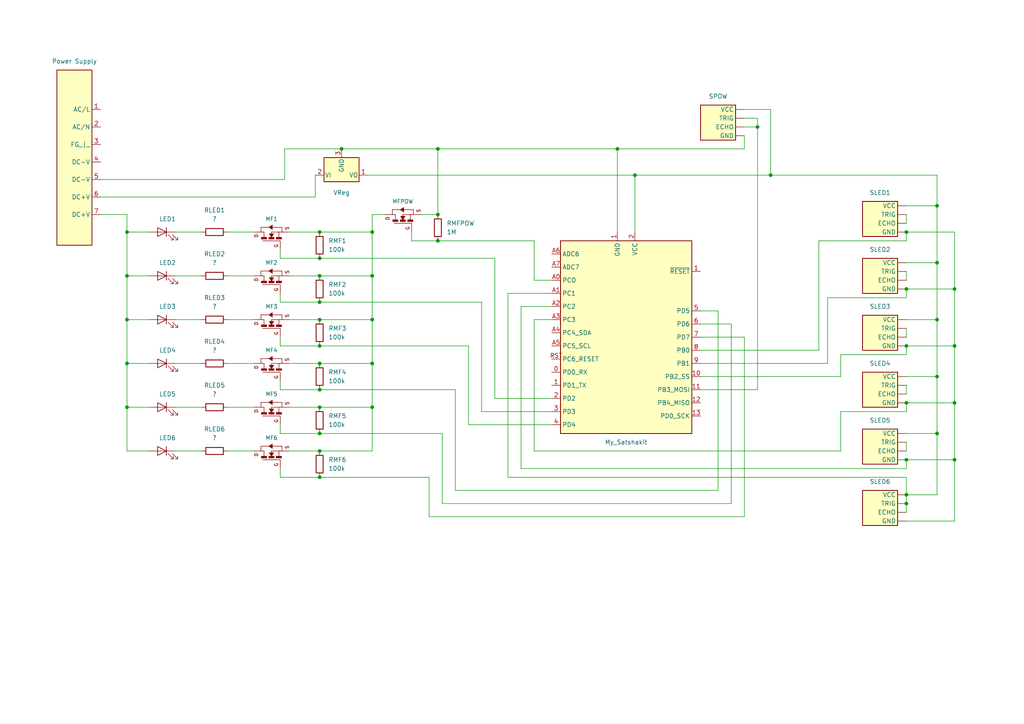
<source format=kicad_sch>
(kicad_sch (version 20211123) (generator eeschema)
  (paper "A4")
  (title_block (date "lun. 30 mars 2015"))
  (lib_symbols
    (symbol "Fab:HC SR04 Ultrasonic Sensor"
      (property "Reference" "SLED1" (at 10.16 10.16 0))
      (symbol "HC SR04 Ultrasonic Sensor_0_1"
        (rectangle (start 2.54 8.89) (end 12.7 -1.27) (stroke (width 0.254)) (fill (type background)))
      )
      (symbol "HC SR04 Ultrasonic Sensor_1_1"
        (pin output line (at 15.24 2.54 180) (length 2.54) (name "ECHO") (number ""))
        (pin power_in line (at 15.24 0 180) (length 2.54) (name "GND") (number ""))
        (pin output line (at 15.24 5.08 180) (length 2.54) (name "TRIG") (number ""))
        (pin power_in line (at 15.24 7.62 180) (length 2.54) (name "VCC") (number ""))
      )
    )
    (symbol "Fab:LED" (pin_numbers hide) (pin_names (offset 1.016) hide)
      (property "Reference" "D" (at 0 2.54 0))
      (property "Value" "LED" (at 0 -2.54 0))
      (symbol "LED_0_1"
        (polyline (pts (xy -1.27 -1.27) (xy -1.27 1.27)) (stroke (width 0.2032)))
        (polyline (pts (xy -1.27 0) (xy 1.27 0)))
        (polyline (pts (xy 1.27 -1.27) (xy 1.27 1.27) (xy -1.27 0) (xy 1.27 -1.27)) (stroke (width 0.2032)))
        (polyline (pts (xy -3.048 -0.762) (xy -4.572 -2.286) (xy -3.81 -2.286) (xy -4.572 -2.286) (xy -4.572 -1.524)))
        (polyline (pts (xy -1.778 -0.762) (xy -3.302 -2.286) (xy -2.54 -2.286) (xy -3.302 -2.286) (xy -3.302 -1.524)))
      )
      (symbol "LED_1_1"
        (pin passive line (at -3.81 0 0) (length 2.54) (name "K") (number "1"))
        (pin passive line (at 3.81 0 180) (length 2.54) (name "A") (number "2"))
      )
    )
    (symbol "Fab:MOSFET_N-CH_50V_16A" (pin_numbers hide) (pin_names (offset 1.016) hide)
      (property "Reference" "Q" (at 2.54 2.54 0))
      (property "Value" "MOSFET_N-CH_50V_16A" (at 2.54 0 0))
      (symbol "MOSFET_N-CH_50V_16A_1_0"
        (polyline (pts (xy -2.54 -2.54) (xy -2.54 2.54)))
        (polyline (pts (xy -1.524 -2.159) (xy 0 -2.159)))
        (polyline (pts (xy -1.524 2.159) (xy 0 2.159)))
        (polyline (pts (xy -0.508 0) (xy 0 0)))
        (polyline (pts (xy 0 -2.159) (xy 0 -2.54)))
        (polyline (pts (xy 0 0) (xy 0 -2.159)))
        (polyline (pts (xy 0 2.159) (xy 0 2.54)))
        (polyline (pts (xy 0 3.048) (xy 1.397 3.048)))
        (polyline (pts (xy 1.397 -3.048) (xy 0 -3.048)))
        (polyline (pts (xy 1.397 -0.254) (xy 1.397 -3.048)))
        (polyline (pts (xy 1.397 3.048) (xy 1.397 0.762)))
        (text "D" (at -1.1176 4.3942 0) (effects (font (size 0.9906 0.9906))))
        (text "G" (at -3.9624 -1.397 0) (effects (font (size 0.9906 0.9906))))
        (text "S" (at 1.1176 -4.572 0) (effects (font (size 0.9906 0.9906))))
      )
      (symbol "MOSFET_N-CH_50V_16A_1_1"
        (rectangle (start -2.032 -2.921) (end -1.524 -1.397) (fill (type outline)))
        (rectangle (start -2.032 -0.762) (end -1.524 0.762) (fill (type outline)))
        (rectangle (start -2.032 1.397) (end -1.524 2.921) (fill (type outline)))
        (polyline (pts (xy -1.524 0) (xy -0.508 0.635) (xy -0.508 0.635) (xy -0.508 -0.635) (xy -0.508 -0.635) (xy -1.524 0)) (fill (type outline)))
        (polyline (pts (xy 1.397 0.762) (xy 2.032 -0.254) (xy 2.032 -0.254) (xy 0.762 -0.254) (xy 0.762 -0.254) (xy 1.397 0.762)) (fill (type outline)))
        (pin passive line (at -5.08 -2.54 0) (length 2.54) (name "G") (number "1"))
        (pin passive line (at 0 5.08 270) (length 2.54) (name "D") (number "2"))
        (pin passive line (at 0 -5.08 90) (length 2.54) (name "S") (number "3"))
      )
    )
    (symbol "Fab:R" (pin_numbers hide) (pin_names (offset 0))
      (property "Reference" "R" (at 2.032 0 90))
      (property "Value" "R" (at 0 0 90))
      (symbol "R_0_1"
        (rectangle (start -1.016 -2.54) (end 1.016 2.54) (stroke (width 0.254)))
      )
      (symbol "R_1_1"
        (pin passive line (at 0 3.81 270) (length 1.27) (name "~") (number "1"))
        (pin passive line (at 0 -3.81 90) (length 1.27) (name "~") (number "2"))
      )
    )
    (symbol "Fab:Regulator_Linear_LM3480-5.0V-100mA" (pin_names (offset 0.254))
      (property "Reference" "U" (at -3.81 3.175 0))
      (property "Value" "Regulator_Linear_LM3480-5.0V-100mA" (at 0 3.175 0))
      (symbol "Regulator_Linear_LM3480-5.0V-100mA_0_1"
        (rectangle (start -5.08 1.905) (end 5.08 -5.08) (stroke (width 0.254)) (fill (type background)))
      )
      (symbol "Regulator_Linear_LM3480-5.0V-100mA_1_1"
        (pin power_out line (at 7.62 0 180) (length 2.54) (name "VO") (number "1"))
        (pin power_in line (at -7.62 0 0) (length 2.54) (name "VI") (number "2"))
        (pin power_in line (at 0 -7.62 90) (length 2.54) (name "GND") (number "3"))
      )
    )
    (symbol "My_Satshakit_1"
      (property "Value" "My_Satshakit_1" (at 8.89 -34.29 0))
      (symbol "My_Satshakit_1_0_1"
        (rectangle (start -10.16 24.13) (end 27.94 -31.75) (stroke (width 0.254)) (fill (type background)))
      )
      (symbol "My_Satshakit_1_1_1"
        (pin bidirectional line (at -12.7 -13.97 0) (length 2.54) (name "PD0_RX") (number "0"))
        (pin power_in line (at 6.35 26.67 270) (length 2.54) (name "GND") (number "1"))
        (pin bidirectional line (at -12.7 -17.78 0) (length 2.54) (name "PD1_TX") (number "1"))
        (pin input line (at 30.48 15.24 180) (length 2.54) (name "~{RESET}") (number "1"))
        (pin bidirectional line (at 30.48 -15.24 180) (length 2.54) (name "PB2_SS") (number "10"))
        (pin bidirectional line (at 30.48 -19.05 180) (length 2.54) (name "PB3_MOSI") (number "11"))
        (pin bidirectional line (at 30.48 -22.86 180) (length 2.54) (name "PB4_MISO") (number "12"))
        (pin bidirectional line (at 30.48 -26.67 180) (length 2.54) (name "PD0_SCK") (number "13"))
        (pin bidirectional line (at -12.7 -21.59 0) (length 2.54) (name "PD2") (number "2"))
        (pin power_in line (at 11.43 26.67 270) (length 2.54) (name "VCC") (number "2"))
        (pin bidirectional line (at -12.7 -25.4 0) (length 2.54) (name "PD3") (number "3"))
        (pin bidirectional line (at -12.7 -29.21 0) (length 2.54) (name "PD4") (number "4"))
        (pin bidirectional line (at 30.48 3.81 180) (length 2.54) (name "PD5") (number "5"))
        (pin bidirectional line (at 30.48 0 180) (length 2.54) (name "PD6") (number "6"))
        (pin bidirectional line (at 30.48 -3.81 180) (length 2.54) (name "PD7") (number "7"))
        (pin bidirectional line (at 30.48 -7.62 180) (length 2.54) (name "PB0") (number "8"))
        (pin bidirectional line (at 30.48 -11.43 180) (length 2.54) (name "PB1") (number "9"))
        (pin bidirectional line (at -12.7 12.7 0) (length 2.54) (name "PCO") (number "A0"))
        (pin bidirectional line (at -12.7 8.89 0) (length 2.54) (name "PC1") (number "A1"))
        (pin bidirectional line (at -12.7 5.08 0) (length 2.54) (name "PC2") (number "A2"))
        (pin bidirectional line (at -12.7 1.27 0) (length 2.54) (name "PC3") (number "A3"))
        (pin bidirectional line (at -12.7 -2.54 0) (length 2.54) (name "PC4_SDA") (number "A4"))
        (pin bidirectional line (at -12.7 -6.35 0) (length 2.54) (name "PC5_SCL") (number "A5"))
        (pin bidirectional line (at -12.7 20.32 0) (length 2.54) (name "ADC6") (number "A6"))
        (pin bidirectional line (at -12.7 16.51 0) (length 2.54) (name "ADC7") (number "A7"))
        (pin bidirectional line (at -12.7 -10.16 0) (length 2.54) (name "PC6_RESET") (number "RST"))
      )
    )
    (symbol "Power Supply_1"
      (property "Value" "Power Supply_1" (at 22.86 22.86 0))
      (symbol "Power Supply_1_0_1"
        (rectangle (start 17.78 20.32) (end 27.94 -30.48) (stroke (width 0.254)) (fill (type background)))
      )
      (symbol "Power Supply_1_1_1"
        (pin power_in line (at 30.48 8.89 180) (length 2.54) (name "AC/L") (number "1"))
        (pin power_in line (at 30.48 3.81 180) (length 2.54) (name "AC/N") (number "2"))
        (pin power_in line (at 30.48 -1.27 180) (length 2.54) (name "FG_|_") (number "3"))
        (pin power_out line (at 30.48 -6.35 180) (length 2.54) (name "DC-V") (number "4"))
        (pin power_out line (at 30.48 -11.43 180) (length 2.54) (name "DC-V") (number "5"))
        (pin power_out line (at 30.48 -16.51 180) (length 2.54) (name "DC+V") (number "6"))
        (pin power_out line (at 30.48 -21.59 180) (length 2.54) (name "DC+V") (number "7"))
      )
    )
  )
  (junction (at 271.78 92.71))
  (junction (at 92.71 67.31))
  (junction (at 262.89 133.35))
  (junction (at 92.71 130.81))
  (junction (at 92.71 138.43))
  (junction (at 92.71 92.71))
  (junction (at 107.95 105.41))
  (junction (at 223.52 50.8))
  (junction (at 219.71 36.83))
  (junction (at 36.83 67.31))
  (junction (at 92.71 100.33))
  (junction (at 99.06 43.18))
  (junction (at 179.07 43.18))
  (junction (at 271.78 109.22))
  (junction (at 36.83 80.01))
  (junction (at 262.89 83.82))
  (junction (at 262.89 116.84))
  (junction (at 262.89 143.51))
  (junction (at 262.89 100.33))
  (junction (at 276.86 116.84))
  (junction (at 92.71 74.93))
  (junction (at 271.78 125.73))
  (junction (at 276.86 83.82))
  (junction (at 127 43.18))
  (junction (at 127 69.85))
  (junction (at 184.15 50.8))
  (junction (at 271.78 76.2))
  (junction (at 92.71 118.11))
  (junction (at 107.95 67.31))
  (junction (at 92.71 113.03))
  (junction (at 36.83 105.41))
  (junction (at 36.83 92.71))
  (junction (at 92.71 87.63))
  (junction (at 107.95 118.11))
  (junction (at 271.78 59.69))
  (junction (at 127 62.23))
  (junction (at 276.86 133.35))
  (junction (at 262.89 146.05))
  (junction (at 92.71 105.41))
  (junction (at 36.83 118.11))
  (junction (at 92.71 80.01))
  (junction (at 107.95 80.01))
  (junction (at 262.89 67.31))
  (junction (at 276.86 100.33))
  (junction (at 107.95 92.71))
  (junction (at 92.71 125.73))
  (wire (pts (xy 127 62.23) (xy 127 43.18)))
  (wire (pts (xy 92.71 74.93) (xy 143.51 74.93)))
  (wire (pts (xy 215.9 149.86) (xy 124.46 149.86)))
  (wire (pts (xy 81.28 100.33) (xy 92.71 100.33)))
  (wire (pts (xy 276.86 100.33) (xy 276.86 116.84)))
  (wire (pts (xy 81.28 113.03) (xy 92.71 113.03)))
  (wire (pts (xy 36.83 118.11) (xy 43.18 118.11)))
  (wire (pts (xy 262.89 100.33) (xy 262.89 102.87)))
  (wire (pts (xy 36.83 105.41) (xy 43.18 105.41)))
  (wire (pts (xy 119.38 67.31) (xy 119.38 69.85)))
  (wire (pts (xy 36.83 105.41) (xy 36.83 118.11)))
  (wire (pts (xy 92.71 87.63) (xy 139.7 87.63)))
  (wire (pts (xy 262.89 133.35) (xy 262.89 135.89)))
  (wire (pts (xy 215.9 31.75) (xy 223.52 31.75)))
  (wire (pts (xy 154.94 130.81) (xy 243.84 130.81)))
  (wire (pts (xy 66.04 80.01) (xy 73.66 80.01)))
  (wire (pts (xy 107.95 80.01) (xy 107.95 92.71)))
  (wire (pts (xy 36.83 80.01) (xy 43.18 80.01)))
  (wire (pts (xy 66.04 105.41) (xy 73.66 105.41)))
  (wire (pts (xy 128.27 146.05) (xy 212.09 146.05)))
  (wire (pts (xy 50.8 92.71) (xy 58.42 92.71)))
  (wire (pts (xy 127 69.85) (xy 154.94 69.85)))
  (wire (pts (xy 119.38 69.85) (xy 127 69.85)))
  (wire (pts (xy 92.71 130.81) (xy 107.95 130.81)))
  (wire (pts (xy 107.95 62.23) (xy 107.95 67.31)))
  (wire (pts (xy 92.71 92.71) (xy 83.82 92.71)))
  (wire (pts (xy 36.83 67.31) (xy 43.18 67.31)))
  (wire (pts (xy 203.2 101.6) (xy 237.49 101.6)))
  (wire (pts (xy 184.15 50.8) (xy 223.52 50.8)))
  (wire (pts (xy 262.89 86.36) (xy 240.03 86.36)))
  (wire (pts (xy 66.04 92.71) (xy 73.66 92.71)))
  (wire (pts (xy 81.28 85.09) (xy 81.28 87.63)))
  (wire (pts (xy 111.76 62.23) (xy 107.95 62.23)))
  (wire (pts (xy 276.86 83.82) (xy 276.86 100.33)))
  (wire (pts (xy 184.15 50.8) (xy 184.15 67.31)))
  (wire (pts (xy 135.89 123.19) (xy 135.89 100.33)))
  (wire (pts (xy 50.8 118.11) (xy 58.42 118.11)))
  (wire (pts (xy 243.84 130.81) (xy 243.84 119.38)))
  (wire (pts (xy 160.02 81.28) (xy 154.94 81.28)))
  (wire (pts (xy 271.78 125.73) (xy 271.78 143.51)))
  (wire (pts (xy 99.06 43.18) (xy 82.55 43.18)))
  (wire (pts (xy 179.07 43.18) (xy 215.9 43.18)))
  (wire (pts (xy 276.86 133.35) (xy 276.86 151.13)))
  (wire (pts (xy 262.89 67.31) (xy 276.86 67.31)))
  (wire (pts (xy 271.78 109.22) (xy 271.78 125.73)))
  (wire (pts (xy 262.89 59.69) (xy 271.78 59.69)))
  (wire (pts (xy 81.28 125.73) (xy 92.71 125.73)))
  (wire (pts (xy 92.71 113.03) (xy 132.08 113.03)))
  (wire (pts (xy 107.95 67.31) (xy 107.95 80.01)))
  (wire (pts (xy 160.02 123.19) (xy 135.89 123.19)))
  (wire (pts (xy 271.78 76.2) (xy 271.78 92.71)))
  (wire (pts (xy 147.32 138.43) (xy 147.32 85.09)))
  (wire (pts (xy 262.89 100.33) (xy 276.86 100.33)))
  (wire (pts (xy 219.71 34.29) (xy 215.9 34.29)))
  (wire (pts (xy 262.89 146.05) (xy 262.89 143.51)))
  (wire (pts (xy 151.13 88.9) (xy 151.13 135.89)))
  (wire (pts (xy 81.28 74.93) (xy 92.71 74.93)))
  (wire (pts (xy 203.2 109.22) (xy 243.84 109.22)))
  (wire (pts (xy 262.89 116.84) (xy 262.89 119.38)))
  (wire (pts (xy 92.71 130.81) (xy 83.82 130.81)))
  (wire (pts (xy 219.71 34.29) (xy 219.71 36.83)))
  (wire (pts (xy 36.83 130.81) (xy 43.18 130.81)))
  (wire (pts (xy 271.78 143.51) (xy 262.89 143.51)))
  (wire (pts (xy 151.13 135.89) (xy 262.89 135.89)))
  (wire (pts (xy 107.95 105.41) (xy 107.95 118.11)))
  (wire (pts (xy 66.04 118.11) (xy 73.66 118.11)))
  (wire (pts (xy 81.28 87.63) (xy 92.71 87.63)))
  (wire (pts (xy 154.94 92.71) (xy 154.94 130.81)))
  (wire (pts (xy 92.71 118.11) (xy 83.82 118.11)))
  (wire (pts (xy 208.28 142.24) (xy 208.28 90.17)))
  (wire (pts (xy 237.49 101.6) (xy 237.49 69.85)))
  (wire (pts (xy 240.03 86.36) (xy 240.03 105.41)))
  (wire (pts (xy 160.02 115.57) (xy 143.51 115.57)))
  (wire (pts (xy 92.71 118.11) (xy 107.95 118.11)))
  (wire (pts (xy 82.55 52.07) (xy 29.21 52.07)))
  (wire (pts (xy 29.21 62.23) (xy 36.83 62.23)))
  (wire (pts (xy 147.32 85.09) (xy 160.02 85.09)))
  (wire (pts (xy 271.78 59.69) (xy 271.78 76.2)))
  (wire (pts (xy 276.86 116.84) (xy 276.86 133.35)))
  (wire (pts (xy 240.03 105.41) (xy 203.2 105.41)))
  (wire (pts (xy 50.8 105.41) (xy 58.42 105.41)))
  (wire (pts (xy 132.08 142.24) (xy 208.28 142.24)))
  (wire (pts (xy 262.89 62.23) (xy 262.89 64.77)))
  (wire (pts (xy 36.83 92.71) (xy 43.18 92.71)))
  (wire (pts (xy 154.94 81.28) (xy 154.94 69.85)))
  (wire (pts (xy 82.55 43.18) (xy 82.55 52.07)))
  (wire (pts (xy 36.83 80.01) (xy 36.83 92.71)))
  (wire (pts (xy 92.71 100.33) (xy 135.89 100.33)))
  (wire (pts (xy 223.52 31.75) (xy 223.52 50.8)))
  (wire (pts (xy 160.02 88.9) (xy 151.13 88.9)))
  (wire (pts (xy 262.89 83.82) (xy 262.89 86.36)))
  (wire (pts (xy 262.89 78.74) (xy 262.89 81.28)))
  (wire (pts (xy 92.71 105.41) (xy 83.82 105.41)))
  (wire (pts (xy 212.09 146.05) (xy 212.09 93.98)))
  (wire (pts (xy 215.9 97.79) (xy 215.9 149.86)))
  (wire (pts (xy 92.71 80.01) (xy 107.95 80.01)))
  (wire (pts (xy 92.71 67.31) (xy 83.82 67.31)))
  (wire (pts (xy 160.02 92.71) (xy 154.94 92.71)))
  (wire (pts (xy 271.78 59.69) (xy 271.78 50.8)))
  (wire (pts (xy 36.83 92.71) (xy 36.83 105.41)))
  (wire (pts (xy 262.89 83.82) (xy 276.86 83.82)))
  (wire (pts (xy 179.07 43.18) (xy 179.07 67.31)))
  (wire (pts (xy 215.9 39.37) (xy 215.9 43.18)))
  (wire (pts (xy 143.51 115.57) (xy 143.51 74.93)))
  (wire (pts (xy 92.71 67.31) (xy 107.95 67.31)))
  (wire (pts (xy 243.84 102.87) (xy 262.89 102.87)))
  (wire (pts (xy 36.83 67.31) (xy 36.83 80.01)))
  (wire (pts (xy 50.8 80.01) (xy 58.42 80.01)))
  (wire (pts (xy 139.7 119.38) (xy 139.7 87.63)))
  (wire (pts (xy 107.95 118.11) (xy 107.95 130.81)))
  (wire (pts (xy 276.86 67.31) (xy 276.86 83.82)))
  (wire (pts (xy 262.89 109.22) (xy 271.78 109.22)))
  (wire (pts (xy 92.71 80.01) (xy 83.82 80.01)))
  (wire (pts (xy 262.89 151.13) (xy 276.86 151.13)))
  (wire (pts (xy 271.78 92.71) (xy 271.78 109.22)))
  (wire (pts (xy 203.2 97.79) (xy 215.9 97.79)))
  (wire (pts (xy 262.89 76.2) (xy 271.78 76.2)))
  (wire (pts (xy 262.89 92.71) (xy 271.78 92.71)))
  (wire (pts (xy 219.71 113.03) (xy 203.2 113.03)))
  (wire (pts (xy 92.71 125.73) (xy 128.27 125.73)))
  (wire (pts (xy 262.89 114.3) (xy 262.89 111.76)))
  (wire (pts (xy 107.95 92.71) (xy 107.95 105.41)))
  (wire (pts (xy 262.89 143.51) (xy 262.89 138.43)))
  (wire (pts (xy 128.27 125.73) (xy 128.27 146.05)))
  (wire (pts (xy 223.52 50.8) (xy 271.78 50.8)))
  (wire (pts (xy 50.8 130.81) (xy 58.42 130.81)))
  (wire (pts (xy 215.9 36.83) (xy 219.71 36.83)))
  (wire (pts (xy 237.49 69.85) (xy 262.89 69.85)))
  (wire (pts (xy 127 62.23) (xy 121.92 62.23)))
  (wire (pts (xy 81.28 72.39) (xy 81.28 74.93)))
  (wire (pts (xy 262.89 130.81) (xy 262.89 128.27)))
  (wire (pts (xy 262.89 138.43) (xy 147.32 138.43)))
  (wire (pts (xy 212.09 93.98) (xy 203.2 93.98)))
  (wire (pts (xy 81.28 135.89) (xy 81.28 138.43)))
  (wire (pts (xy 262.89 116.84) (xy 276.86 116.84)))
  (wire (pts (xy 36.83 62.23) (xy 36.83 67.31)))
  (wire (pts (xy 262.89 67.31) (xy 262.89 69.85)))
  (wire (pts (xy 92.71 138.43) (xy 124.46 138.43)))
  (wire (pts (xy 219.71 36.83) (xy 219.71 113.03)))
  (wire (pts (xy 127 43.18) (xy 179.07 43.18)))
  (wire (pts (xy 81.28 110.49) (xy 81.28 113.03)))
  (wire (pts (xy 208.28 90.17) (xy 203.2 90.17)))
  (wire (pts (xy 91.44 57.15) (xy 91.44 50.8)))
  (wire (pts (xy 29.21 57.15) (xy 91.44 57.15)))
  (wire (pts (xy 50.8 67.31) (xy 58.42 67.31)))
  (wire (pts (xy 81.28 123.19) (xy 81.28 125.73)))
  (wire (pts (xy 124.46 149.86) (xy 124.46 138.43)))
  (wire (pts (xy 262.89 133.35) (xy 276.86 133.35)))
  (wire (pts (xy 262.89 148.59) (xy 262.89 146.05)))
  (wire (pts (xy 92.71 105.41) (xy 107.95 105.41)))
  (wire (pts (xy 36.83 118.11) (xy 36.83 130.81)))
  (wire (pts (xy 160.02 119.38) (xy 139.7 119.38)))
  (wire (pts (xy 260.35 133.35) (xy 262.89 133.35)))
  (wire (pts (xy 92.71 92.71) (xy 107.95 92.71)))
  (wire (pts (xy 127 43.18) (xy 99.06 43.18)))
  (wire (pts (xy 262.89 125.73) (xy 271.78 125.73)))
  (wire (pts (xy 66.04 130.81) (xy 73.66 130.81)))
  (wire (pts (xy 262.89 95.25) (xy 262.89 97.79)))
  (wire (pts (xy 81.28 138.43) (xy 92.71 138.43)))
  (wire (pts (xy 106.68 50.8) (xy 184.15 50.8)))
  (wire (pts (xy 243.84 119.38) (xy 262.89 119.38)))
  (wire (pts (xy 81.28 97.79) (xy 81.28 100.33)))
  (wire (pts (xy 132.08 113.03) (xy 132.08 142.24)))
  (wire (pts (xy 243.84 109.22) (xy 243.84 102.87)))
  (wire (pts (xy 66.04 67.31) (xy 73.66 67.31)))
  (symbol (lib_id "Fab:HC SR04 Ultrasonic Sensor") (at 200.66 39.37 0) (unit 1)
    (property "Reference" "SPOW" (at 208.28 27.94 0))
    (property "Value" "HC SR04 Ultrasonic Sensor" (effects hide))
  )
  (symbol (lib_id "Fab:R") (at 92.71 96.52 0) (unit 1)
    (property "Reference" "RMF3" (at 95.25 95.2499 0) (effects (justify left)))
    (property "Value" "100k" (at 95.25 97.7899 0) (effects (justify left)))
    (property "Footprint" "fab:R_1206" (effects hide))
  )
  (symbol (lib_id "Fab:HC SR04 Ultrasonic Sensor") (at 247.65 151.13 0) (unit 1)
    (property "Reference" "SLED6" (at 255.27 139.7 0))
    (property "Value" "HC SR04 Ultrasonic Sensor" (effects hide))
  )
  (symbol (lib_id "Fab:LED") (at 46.99 118.11 0) (mirror y) (unit 1)
    (property "Reference" "LED5" (at 48.5902 114.3 0))
    (property "Value" "LED" (effects hide))
    (property "Footprint" "fab:LED_1206" (effects hide))
    (property "Datasheet" "https://optoelectronics.liteon.com/upload/download/DS-22-98-0002/LTST-C150CKT.pdf" (effects hide))
  )
  (symbol (lib_id "Fab:MOSFET_N-CH_50V_16A") (at 78.74 80.01 90) (unit 1)
    (property "Reference" "MF2" (at 78.74 76.2 90) (effects (font (size 1.143 1.143))))
    (property "Value" "MOSFET_N-CH_50V_16A" (effects hide))
    (property "Footprint" "fab:TO-252" (effects hide))
    (property "Datasheet" "https://www.onsemi.com/pub/Collateral/RFD16N05LSM-D.PDF" (effects hide))
  )
  (symbol (lib_id "Fab:LED") (at 46.99 105.41 0) (mirror y) (unit 1)
    (property "Reference" "LED4" (at 48.5902 101.6 0))
    (property "Value" "LED" (effects hide))
    (property "Footprint" "fab:LED_1206" (effects hide))
    (property "Datasheet" "https://optoelectronics.liteon.com/upload/download/DS-22-98-0002/LTST-C150CKT.pdf" (effects hide))
  )
  (symbol (lib_id "Fab:MOSFET_N-CH_50V_16A") (at 78.74 105.41 90) (unit 1)
    (property "Reference" "MF4" (at 78.74 101.6 90) (effects (font (size 1.143 1.143))))
    (property "Value" "MOSFET_N-CH_50V_16A" (effects hide))
    (property "Footprint" "fab:TO-252" (effects hide))
    (property "Datasheet" "https://www.onsemi.com/pub/Collateral/RFD16N05LSM-D.PDF" (effects hide))
  )
  (symbol (lib_id "Fab:R") (at 62.23 105.41 270) (unit 1)
    (property "Reference" "RLED4" (at 62.23 99.06 90))
    (property "Value" "?" (at 62.23 101.6 90))
    (property "Footprint" "fab:R_1206" (effects hide))
  )
  (symbol (lib_id "Fab:R") (at 92.71 134.62 0) (unit 1)
    (property "Reference" "RMF6" (at 95.25 133.3499 0) (effects (justify left)))
    (property "Value" "100k" (at 95.25 135.8899 0) (effects (justify left)))
    (property "Footprint" "fab:R_1206" (effects hide))
  )
  (symbol (lib_id "Fab:R") (at 92.71 121.92 0) (unit 1)
    (property "Reference" "RMF5" (at 95.25 120.6499 0) (effects (justify left)))
    (property "Value" "100k" (at 95.25 123.1899 0) (effects (justify left)))
    (property "Footprint" "fab:R_1206" (effects hide))
  )
  (symbol (lib_id "Fab:HC SR04 Ultrasonic Sensor") (at 247.65 67.31 0) (unit 1)
    (property "Reference" "SLED1" (at 255.27 55.88 0))
    (property "Value" "HC SR04 Ultrasonic Sensor" (effects hide))
  )
  (symbol (lib_id "Fab:LED") (at 46.99 130.81 0) (mirror y) (unit 1)
    (property "Reference" "LED6" (at 48.5902 127 0))
    (property "Value" "LED" (effects hide))
    (property "Footprint" "fab:LED_1206" (effects hide))
    (property "Datasheet" "https://optoelectronics.liteon.com/upload/download/DS-22-98-0002/LTST-C150CKT.pdf" (effects hide))
  )
  (symbol (lib_id "Fab:R") (at 92.71 83.82 0) (unit 1)
    (property "Reference" "RMF2" (at 95.25 82.5499 0) (effects (justify left)))
    (property "Value" "100k" (at 95.25 85.0899 0) (effects (justify left)))
    (property "Footprint" "fab:R_1206" (effects hide))
  )
  (symbol (lib_id "Fab:HC SR04 Ultrasonic Sensor") (at 247.65 116.84 0) (unit 1)
    (property "Reference" "SLED4" (at 255.27 105.41 0))
    (property "Value" "HC SR04 Ultrasonic Sensor" (effects hide))
  )
  (symbol (lib_id "Fab:LED") (at 46.99 80.01 0) (mirror y) (unit 1)
    (property "Reference" "LED2" (at 48.5902 76.2 0))
    (property "Value" "LED" (effects hide))
    (property "Footprint" "fab:LED_1206" (effects hide))
    (property "Datasheet" "https://optoelectronics.liteon.com/upload/download/DS-22-98-0002/LTST-C150CKT.pdf" (effects hide))
  )
  (symbol (lib_id "Fab:MOSFET_N-CH_50V_16A") (at 116.84 62.23 90) (unit 1)
    (property "Reference" "MFPOW" (at 116.84 58.42 90) (effects (font (size 1.143 1.143))))
    (property "Value" "MOSFET_N-CH_50V_16A" (effects hide))
    (property "Footprint" "fab:TO-252" (effects hide))
    (property "Datasheet" "https://www.onsemi.com/pub/Collateral/RFD16N05LSM-D.PDF" (effects hide))
  )
  (symbol (lib_name "Power Supply_1") (lib_id "Fab:Power Supply") (at -1.27 40.64 0) (unit 1)
    (property "Reference" "h?" (effects hide))
    (property "Value" "Power Supply" (at 21.59 17.78 0))
  )
  (symbol (lib_id "Fab:Regulator_Linear_LM3480-5.0V-100mA") (at 99.06 50.8 0) (mirror x) (unit 1)
    (property "Reference" "VReg" (at 99.06 55.88 0))
    (property "Value" "Regulator_Linear_LM3480-5.0V-100mA" (effects hide))
    (property "Footprint" "fab:SOT-23" (effects hide))
    (property "Datasheet" "https://www.ti.com/lit/ds/symlink/lm3480.pdf" (effects hide))
  )
  (symbol (lib_id "Fab:R") (at 62.23 130.81 270) (unit 1)
    (property "Reference" "RLED6" (at 62.23 124.46 90))
    (property "Value" "?" (at 62.23 127 90))
    (property "Footprint" "fab:R_1206" (effects hide))
  )
  (symbol (lib_id "Fab:R") (at 62.23 80.01 270) (unit 1)
    (property "Reference" "RLED2" (at 62.23 73.66 90))
    (property "Value" "?" (at 62.23 76.2 90))
    (property "Footprint" "fab:R_1206" (effects hide))
  )
  (symbol (lib_id "Fab:LED") (at 46.99 92.71 0) (mirror y) (unit 1)
    (property "Reference" "LED3" (at 48.5902 88.9 0))
    (property "Value" "LED" (effects hide))
    (property "Footprint" "fab:LED_1206" (effects hide))
    (property "Datasheet" "https://optoelectronics.liteon.com/upload/download/DS-22-98-0002/LTST-C150CKT.pdf" (effects hide))
  )
  (symbol (lib_name "My_Satshakit_1") (lib_id "Fab:My_Satshakit") (at 172.72 93.98 0) (unit 1)
    (property "Reference" "h?" (effects hide))
    (property "Value" "My_Satshakit" (at 181.61 128.27 0))
  )
  (symbol (lib_id "Fab:HC SR04 Ultrasonic Sensor") (at 247.65 100.33 0) (unit 1)
    (property "Reference" "SLED3" (at 255.27 88.9 0))
    (property "Value" "HC SR04 Ultrasonic Sensor" (effects hide))
  )
  (symbol (lib_id "Fab:R") (at 92.71 71.12 0) (unit 1)
    (property "Reference" "RMF1" (at 95.25 69.8499 0) (effects (justify left)))
    (property "Value" "100k" (at 95.25 72.3899 0) (effects (justify left)))
    (property "Footprint" "fab:R_1206" (effects hide))
  )
  (symbol (lib_id "Fab:MOSFET_N-CH_50V_16A") (at 78.74 67.31 90) (unit 1)
    (property "Reference" "MF1" (at 78.74 63.5 90) (effects (font (size 1.143 1.143))))
    (property "Value" "MOSFET_N-CH_50V_16A" (effects hide))
    (property "Footprint" "fab:TO-252" (effects hide))
    (property "Datasheet" "https://www.onsemi.com/pub/Collateral/RFD16N05LSM-D.PDF" (effects hide))
  )
  (symbol (lib_id "Fab:MOSFET_N-CH_50V_16A") (at 78.74 118.11 90) (unit 1)
    (property "Reference" "MF5" (at 78.74 114.3 90) (effects (font (size 1.143 1.143))))
    (property "Value" "MOSFET_N-CH_50V_16A" (effects hide))
    (property "Footprint" "fab:TO-252" (effects hide))
    (property "Datasheet" "https://www.onsemi.com/pub/Collateral/RFD16N05LSM-D.PDF" (effects hide))
  )
  (symbol (lib_id "Fab:R") (at 62.23 118.11 270) (unit 1)
    (property "Reference" "RLED5" (at 62.23 111.76 90))
    (property "Value" "?" (at 62.23 114.3 90))
    (property "Footprint" "fab:R_1206" (effects hide))
  )
  (symbol (lib_id "Fab:R") (at 127 66.04 0) (unit 1)
    (property "Reference" "RMFPOW" (at 129.54 64.7699 0) (effects (justify left)))
    (property "Value" "1M" (at 129.54 67.3099 0) (effects (justify left)))
    (property "Footprint" "fab:R_1206" (effects hide))
  )
  (symbol (lib_id "Fab:MOSFET_N-CH_50V_16A") (at 78.74 130.81 90) (unit 1)
    (property "Reference" "MF6" (at 78.74 127 90) (effects (font (size 1.143 1.143))))
    (property "Value" "MOSFET_N-CH_50V_16A" (effects hide))
    (property "Footprint" "fab:TO-252" (effects hide))
    (property "Datasheet" "https://www.onsemi.com/pub/Collateral/RFD16N05LSM-D.PDF" (effects hide))
  )
  (symbol (lib_id "Fab:R") (at 62.23 67.31 270) (unit 1)
    (property "Reference" "RLED1" (at 62.23 60.96 90))
    (property "Value" "?" (at 62.23 63.5 90))
    (property "Footprint" "fab:R_1206" (effects hide))
  )
  (symbol (lib_id "Fab:LED") (at 46.99 67.31 0) (mirror y) (unit 1)
    (property "Reference" "LED1" (at 48.5902 63.5 0))
    (property "Value" "LED" (effects hide))
    (property "Footprint" "fab:LED_1206" (effects hide))
    (property "Datasheet" "https://optoelectronics.liteon.com/upload/download/DS-22-98-0002/LTST-C150CKT.pdf" (effects hide))
  )
  (symbol (lib_id "Fab:R") (at 92.71 109.22 0) (unit 1)
    (property "Reference" "RMF4" (at 95.25 107.9499 0) (effects (justify left)))
    (property "Value" "100k" (at 95.25 110.4899 0) (effects (justify left)))
    (property "Footprint" "fab:R_1206" (effects hide))
  )
  (symbol (lib_id "Fab:HC SR04 Ultrasonic Sensor") (at 247.65 133.35 0) (unit 1)
    (property "Reference" "SLED5" (at 255.27 121.92 0))
    (property "Value" "HC SR04 Ultrasonic Sensor" (effects hide))
  )
  (symbol (lib_id "Fab:R") (at 62.23 92.71 270) (unit 1)
    (property "Reference" "RLED3" (at 62.23 86.36 90))
    (property "Value" "?" (at 62.23 88.9 90))
    (property "Footprint" "fab:R_1206" (effects hide))
  )
  (symbol (lib_id "Fab:MOSFET_N-CH_50V_16A") (at 78.74 92.71 90) (unit 1)
    (property "Reference" "MF3" (at 78.74 88.9 90) (effects (font (size 1.143 1.143))))
    (property "Value" "MOSFET_N-CH_50V_16A" (effects hide))
    (property "Footprint" "fab:TO-252" (effects hide))
    (property "Datasheet" "https://www.onsemi.com/pub/Collateral/RFD16N05LSM-D.PDF" (effects hide))
  )
  (symbol (lib_id "Fab:HC SR04 Ultrasonic Sensor") (at 247.65 83.82 0) (unit 1)
    (property "Reference" "SLED2" (at 255.27 72.39 0))
    (property "Value" "HC SR04 Ultrasonic Sensor" (effects hide))
  )
)
</source>
